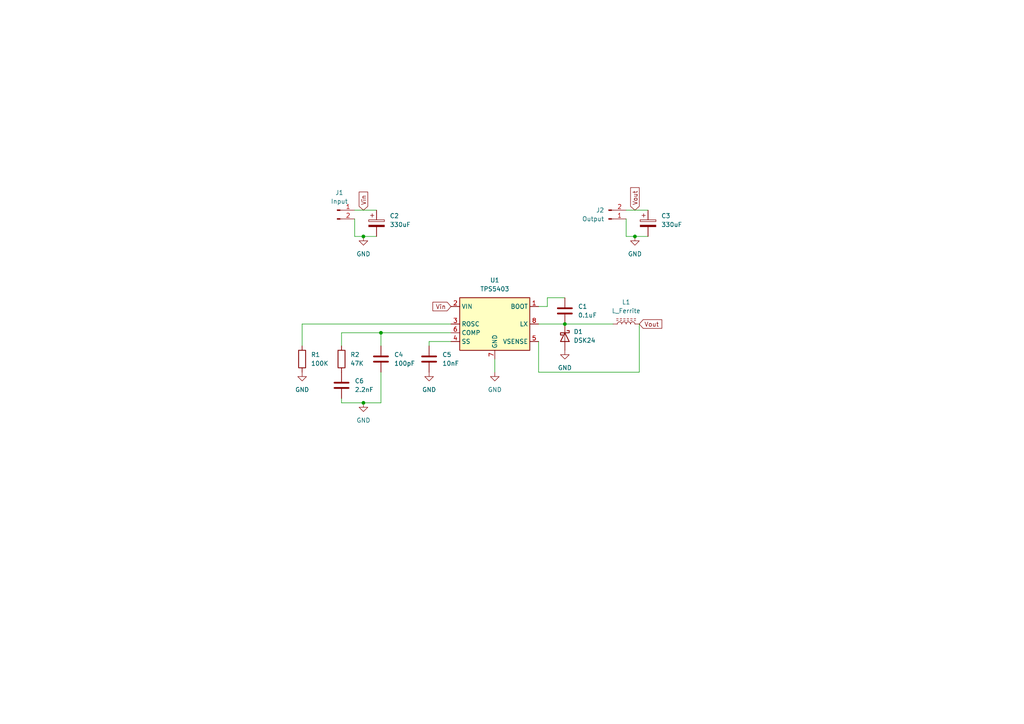
<source format=kicad_sch>
(kicad_sch (version 20211123) (generator eeschema)
  (paper "A4")
  (lib_symbols
    (symbol "Connector:Conn_01x02_Male" (pin_names (offset 1.016) hide)
      (property "Reference" "J" (at 0 2.54 0))
      (property "Value" "Conn_01x02_Male" (at 0 -5.08 0))
      (symbol "Conn_01x02_Male_1_1"
        (polyline (pts (xy 1.27 -2.54) (xy 0.8636 -2.54)) (stroke (width 0.1524)))
        (polyline (pts (xy 1.27 0) (xy 0.8636 0)) (stroke (width 0.1524)))
        (rectangle (start 0.8636 -2.413) (end 0 -2.667) (stroke (width 0.1524)) (fill (type outline)))
        (rectangle (start 0.8636 0.127) (end 0 -0.127) (stroke (width 0.1524)) (fill (type outline)))
        (pin passive line (at 5.08 0 180) (length 3.81) (name "Pin_1") (number "1"))
        (pin passive line (at 5.08 -2.54 180) (length 3.81) (name "Pin_2") (number "2"))
      )
    )
    (symbol "Device:C" (pin_numbers hide) (pin_names (offset 0.254))
      (property "Reference" "C" (at 0.635 2.54 0))
      (property "Value" "C" (at 0.635 -2.54 0))
      (symbol "C_0_1"
        (polyline (pts (xy -2.032 -0.762) (xy 2.032 -0.762)) (stroke (width 0.508)))
        (polyline (pts (xy -2.032 0.762) (xy 2.032 0.762)) (stroke (width 0.508)))
      )
      (symbol "C_1_1"
        (pin passive line (at 0 3.81 270) (length 2.794) (name "~") (number "1"))
        (pin passive line (at 0 -3.81 90) (length 2.794) (name "~") (number "2"))
      )
    )
    (symbol "Device:C_Polarized" (pin_numbers hide) (pin_names (offset 0.254))
      (property "Reference" "C" (at 0.635 2.54 0))
      (property "Value" "C_Polarized" (at 0.635 -2.54 0))
      (symbol "C_Polarized_0_1"
        (rectangle (start -2.286 0.508) (end 2.286 1.016))
        (polyline (pts (xy -1.778 2.286) (xy -0.762 2.286)))
        (polyline (pts (xy -1.27 2.794) (xy -1.27 1.778)))
        (rectangle (start 2.286 -0.508) (end -2.286 -1.016) (fill (type outline)))
      )
      (symbol "C_Polarized_1_1"
        (pin passive line (at 0 3.81 270) (length 2.794) (name "~") (number "1"))
        (pin passive line (at 0 -3.81 90) (length 2.794) (name "~") (number "2"))
      )
    )
    (symbol "Device:D_Schottky" (pin_numbers hide) (pin_names (offset 1.016) hide)
      (property "Reference" "D" (at 0 2.54 0))
      (property "Value" "D_Schottky" (at 0 -2.54 0))
      (symbol "D_Schottky_0_1"
        (polyline (pts (xy 1.27 0) (xy -1.27 0)))
        (polyline (pts (xy 1.27 1.27) (xy 1.27 -1.27) (xy -1.27 0) (xy 1.27 1.27)) (stroke (width 0.254)))
        (polyline (pts (xy -1.905 0.635) (xy -1.905 1.27) (xy -1.27 1.27) (xy -1.27 -1.27) (xy -0.635 -1.27) (xy -0.635 -0.635)) (stroke (width 0.254)))
      )
      (symbol "D_Schottky_1_1"
        (pin passive line (at -3.81 0 0) (length 2.54) (name "K") (number "1"))
        (pin passive line (at 3.81 0 180) (length 2.54) (name "A") (number "2"))
      )
    )
    (symbol "Device:L_Ferrite" (pin_numbers hide) (pin_names (offset 1.016) hide)
      (property "Reference" "L" (at -1.27 0 90))
      (property "Value" "L_Ferrite" (at 2.794 0 90))
      (symbol "L_Ferrite_0_1"
        (arc (start 0 -2.54) (mid 0.635 -1.905) (end 0 -1.27))
        (arc (start 0 -1.27) (mid 0.635 -0.635) (end 0 0))
        (polyline (pts (xy 1.016 -2.794) (xy 1.016 -2.286)))
        (polyline (pts (xy 1.016 -1.778) (xy 1.016 -1.27)))
        (polyline (pts (xy 1.016 -0.762) (xy 1.016 -0.254)))
        (polyline (pts (xy 1.016 0.254) (xy 1.016 0.762)))
        (polyline (pts (xy 1.016 1.27) (xy 1.016 1.778)))
        (polyline (pts (xy 1.016 2.286) (xy 1.016 2.794)))
        (polyline (pts (xy 1.524 -2.286) (xy 1.524 -2.794)))
        (polyline (pts (xy 1.524 -1.27) (xy 1.524 -1.778)))
        (polyline (pts (xy 1.524 -0.254) (xy 1.524 -0.762)))
        (polyline (pts (xy 1.524 0.762) (xy 1.524 0.254)))
        (polyline (pts (xy 1.524 1.778) (xy 1.524 1.27)))
        (polyline (pts (xy 1.524 2.794) (xy 1.524 2.286)))
        (arc (start 0 0) (mid 0.635 0.635) (end 0 1.27))
        (arc (start 0 1.27) (mid 0.635 1.905) (end 0 2.54))
      )
      (symbol "L_Ferrite_1_1"
        (pin passive line (at 0 3.81 270) (length 1.27) (name "1") (number "1"))
        (pin passive line (at 0 -3.81 90) (length 1.27) (name "2") (number "2"))
      )
    )
    (symbol "Device:R" (pin_numbers hide) (pin_names (offset 0))
      (property "Reference" "R" (at 2.032 0 90))
      (property "Value" "R" (at 0 0 90))
      (symbol "R_0_1"
        (rectangle (start -1.016 -2.54) (end 1.016 2.54) (stroke (width 0.254)))
      )
      (symbol "R_1_1"
        (pin passive line (at 0 3.81 270) (length 1.27) (name "~") (number "1"))
        (pin passive line (at 0 -3.81 90) (length 1.27) (name "~") (number "2"))
      )
    )
    (symbol "Regulator_Switching:TPS5403"
      (property "Reference" "U" (at 0 11.43 0))
      (property "Value" "TPS5403" (at 0 8.89 0))
      (symbol "TPS5403_1_1"
        (rectangle (start -10.16 7.62) (end 10.16 -7.62) (stroke (width 0.254)) (fill (type background)))
        (pin passive line (at 12.7 5.08 180) (length 2.54) (name "BOOT") (number "1"))
        (pin power_in line (at -12.7 5.08 0) (length 2.54) (name "VIN") (number "2"))
        (pin passive line (at -12.7 0 0) (length 2.54) (name "ROSC") (number "3"))
        (pin passive line (at -12.7 -5.08 0) (length 2.54) (name "SS") (number "4"))
        (pin input line (at 12.7 -5.08 180) (length 2.54) (name "VSENSE") (number "5"))
        (pin passive line (at -12.7 -2.54 0) (length 2.54) (name "COMP") (number "6"))
        (pin power_in line (at 0 -10.16 90) (length 2.54) (name "GND") (number "7"))
        (pin output line (at 12.7 0 180) (length 2.54) (name "LX") (number "8"))
      )
    )
    (symbol "power:GND" (power) (pin_names (offset 0))
      (property "Value" "GND" (at 0 -3.81 0))
      (symbol "GND_0_1"
        (polyline (pts (xy 0 0) (xy 0 -1.27) (xy 1.27 -1.27) (xy 0 -2.54) (xy -1.27 -1.27) (xy 0 -1.27)))
      )
      (symbol "GND_1_1"
        (pin power_in line (at 0 0 270) (length 0) hide (name "GND") (number "1"))
      )
    )
  )
  (junction (at 163.83 93.98))
  (junction (at 184.15 68.58))
  (junction (at 110.49 96.52))
  (junction (at 105.41 68.58))
  (junction (at 105.41 116.84))
  (wire (pts (xy 102.87 60.96) (xy 109.22 60.96)))
  (wire (pts (xy 110.49 96.52) (xy 99.06 96.52)))
  (wire (pts (xy 105.41 68.58) (xy 109.22 68.58)))
  (wire (pts (xy 156.21 99.06) (xy 156.21 107.95)))
  (wire (pts (xy 99.06 116.84) (xy 105.41 116.84)))
  (wire (pts (xy 130.81 96.52) (xy 110.49 96.52)))
  (wire (pts (xy 110.49 107.95) (xy 110.49 116.84)))
  (wire (pts (xy 181.61 63.5) (xy 181.61 68.58)))
  (wire (pts (xy 99.06 96.52) (xy 99.06 100.33)))
  (wire (pts (xy 143.51 107.95) (xy 143.51 104.14)))
  (wire (pts (xy 156.21 93.98) (xy 163.83 93.98)))
  (wire (pts (xy 156.21 88.9) (xy 158.75 88.9)))
  (wire (pts (xy 87.63 93.98) (xy 87.63 100.33)))
  (wire (pts (xy 102.87 68.58) (xy 102.87 63.5)))
  (wire (pts (xy 105.41 68.58) (xy 102.87 68.58)))
  (wire (pts (xy 110.49 116.84) (xy 105.41 116.84)))
  (wire (pts (xy 184.15 68.58) (xy 181.61 68.58)))
  (wire (pts (xy 181.61 60.96) (xy 187.96 60.96)))
  (wire (pts (xy 163.83 93.98) (xy 177.8 93.98)))
  (wire (pts (xy 158.75 88.9) (xy 158.75 86.36)))
  (wire (pts (xy 124.46 99.06) (xy 124.46 100.33)))
  (wire (pts (xy 185.42 107.95) (xy 185.42 93.98)))
  (wire (pts (xy 158.75 86.36) (xy 163.83 86.36)))
  (wire (pts (xy 156.21 107.95) (xy 185.42 107.95)))
  (wire (pts (xy 130.81 93.98) (xy 87.63 93.98)))
  (wire (pts (xy 187.96 68.58) (xy 184.15 68.58)))
  (wire (pts (xy 99.06 115.57) (xy 99.06 116.84)))
  (wire (pts (xy 110.49 96.52) (xy 110.49 100.33)))
  (wire (pts (xy 130.81 99.06) (xy 124.46 99.06)))
  (global_label "Vout" (shape input) (at 184.15 60.96 90) (property "Intersheet References" "${INTERSHEET_REFS}" (effects hide)))
  (global_label "Vin" (shape input) (at 105.41 60.96 90) (property "Intersheet References" "${INTERSHEET_REFS}" (effects hide)))
  (global_label "Vout" (shape input) (at 185.42 93.98 0) (property "Intersheet References" "${INTERSHEET_REFS}" (effects hide)))
  (global_label "Vin" (shape input) (at 130.81 88.9 180) (property "Intersheet References" "${INTERSHEET_REFS}" (effects hide)))
  (symbol (lib_id "Device:L_Ferrite") (at 181.61 93.98 90) (unit 1)
    (property "Reference" "L1" (at 181.61 87.63 90))
    (property "Value" "L_Ferrite" (at 181.61 90.17 90))
    (property "Footprint" "Inductor_THT:L_Radial_D6.0mm_P4.00mm" (effects hide))
  )
  (symbol (lib_id "power:GND") (at 184.15 68.58 0) (unit 1)
    (property "Reference" "#PWR0109" (effects hide))
    (property "Value" "GND" (at 184.15 73.66 0))
  )
  (symbol (lib_id "power:GND") (at 105.41 116.84 0) (unit 1)
    (property "Reference" "#PWR0105" (effects hide))
    (property "Value" "GND" (at 105.41 121.92 0))
  )
  (symbol (lib_id "power:GND") (at 143.51 107.95 0) (unit 1)
    (property "Reference" "#PWR0103" (effects hide))
    (property "Value" "GND" (at 143.51 113.03 0))
  )
  (symbol (lib_id "power:GND") (at 163.83 101.6 0) (unit 1)
    (property "Reference" "#PWR0101" (effects hide))
    (property "Value" "GND" (at 163.83 106.68 0))
  )
  (symbol (lib_id "Device:C_Polarized") (at 109.22 64.77 0) (unit 1)
    (property "Reference" "C2" (at 113.03 62.6109 0) (effects (justify left)))
    (property "Value" "330uF" (at 113.03 65.1509 0) (effects (justify left)))
    (property "Footprint" "Capacitor_SMD:CP_Elec_8x10" (effects hide))
    (property "LCSC" "C178599" (effects hide))
  )
  (symbol (lib_id "Device:C") (at 110.49 104.14 0) (unit 1)
    (property "Reference" "C4" (at 114.3 102.8699 0) (effects (justify left)))
    (property "Value" "100pF" (at 114.3 105.4099 0) (effects (justify left)))
    (property "Footprint" "Capacitor_SMD:C_0603_1608Metric" (effects hide))
  )
  (symbol (lib_id "Device:C") (at 163.83 90.17 0) (unit 1)
    (property "Reference" "C1" (at 167.64 88.8999 0) (effects (justify left)))
    (property "Value" "0.1uF" (at 167.64 91.4399 0) (effects (justify left)))
    (property "Footprint" "Capacitor_SMD:C_0603_1608Metric" (effects hide))
  )
  (symbol (lib_id "Device:R") (at 99.06 104.14 0) (unit 1)
    (property "Reference" "R2" (at 101.6 102.8699 0) (effects (justify left)))
    (property "Value" "47K" (at 101.6 105.4099 0) (effects (justify left)))
    (property "Footprint" "Resistor_SMD:R_0603_1608Metric" (effects hide))
  )
  (symbol (lib_id "Device:D_Schottky") (at 163.83 97.79 270) (unit 1)
    (property "Reference" "D1" (at 166.37 96.2024 90) (effects (justify left)))
    (property "Value" "DSK24" (at 166.37 98.7424 90) (effects (justify left)))
    (property "Footprint" "Diode_SMD:D_SOD-123" (effects hide))
    (property "LCSC" "C908229" (effects hide))
  )
  (symbol (lib_id "Device:R") (at 87.63 104.14 0) (unit 1)
    (property "Reference" "R1" (at 90.17 102.8699 0) (effects (justify left)))
    (property "Value" "100K" (at 90.17 105.4099 0) (effects (justify left)))
    (property "Footprint" "Resistor_SMD:R_0603_1608Metric" (effects hide))
  )
  (symbol (lib_id "power:GND") (at 105.41 68.58 0) (unit 1)
    (property "Reference" "#PWR0108" (effects hide))
    (property "Value" "GND" (at 105.41 73.66 0))
  )
  (symbol (lib_id "Device:C_Polarized") (at 187.96 64.77 0) (unit 1)
    (property "Reference" "C3" (at 191.77 62.6109 0) (effects (justify left)))
    (property "Value" "330uF" (at 191.77 65.1509 0) (effects (justify left)))
    (property "Footprint" "Capacitor_SMD:CP_Elec_8x10" (effects hide))
    (property "LCSC" "C178599" (effects hide))
  )
  (symbol (lib_id "power:GND") (at 124.46 107.95 0) (unit 1)
    (property "Reference" "#PWR0104" (effects hide))
    (property "Value" "GND" (at 124.46 113.03 0))
  )
  (symbol (lib_id "Connector:Conn_01x02_Male") (at 97.79 60.96 0) (unit 1)
    (property "Reference" "J1" (at 98.425 55.88 0))
    (property "Value" "Input" (at 98.425 58.42 0))
    (property "Footprint" "TerminalBlock_4Ucon:TerminalBlock_4Ucon_1x02_P3.50mm_Horizontal" (effects hide))
    (property "LCSC" "C784940" (effects hide))
  )
  (symbol (lib_id "power:GND") (at 87.63 107.95 0) (unit 1)
    (property "Reference" "#PWR0106" (effects hide))
    (property "Value" "GND" (at 87.63 113.03 0))
  )
  (symbol (lib_id "Connector:Conn_01x02_Male") (at 176.53 63.5 0) (mirror x) (unit 1)
    (property "Reference" "J2" (at 175.26 60.9599 0) (effects (justify right)))
    (property "Value" "Output" (at 175.26 63.4999 0) (effects (justify right)))
    (property "Footprint" "TerminalBlock_4Ucon:TerminalBlock_4Ucon_1x02_P3.50mm_Horizontal" (effects hide))
    (property "LCSC" "C784940" (effects hide))
  )
  (symbol (lib_id "Device:C") (at 99.06 111.76 0) (unit 1)
    (property "Reference" "C6" (at 102.87 110.4899 0) (effects (justify left)))
    (property "Value" "2.2nF" (at 102.87 113.0299 0) (effects (justify left)))
    (property "Footprint" "Capacitor_SMD:C_0603_1608Metric" (effects hide))
  )
  (symbol (lib_id "Device:C") (at 124.46 104.14 0) (unit 1)
    (property "Reference" "C5" (at 128.27 102.8699 0) (effects (justify left)))
    (property "Value" "10nF" (at 128.27 105.4099 0) (effects (justify left)))
    (property "Footprint" "Capacitor_SMD:C_0603_1608Metric" (effects hide))
  )
  (symbol (lib_id "Regulator_Switching:TPS5403") (at 143.51 93.98 0) (unit 1)
    (property "Reference" "U1" (at 143.51 81.28 0))
    (property "Value" "TPS5403" (at 143.51 83.82 0))
    (property "Footprint" "Package_SO:SOIC-8_3.9x4.9mm_P1.27mm" (effects hide))
    (property "Datasheet" "https://www.ti.com/lit/ds/symlink/tps5403.pdf" (effects hide))
  )
)
</source>
